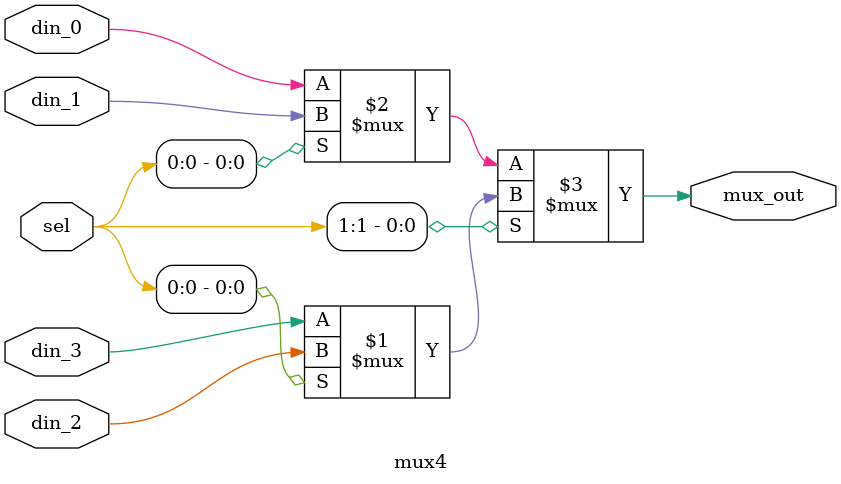
<source format=v>
module mux4(	// /tmp/tmp.xzCmemTENh/22504_VossII_src_bin_fl_bugs_mux4.cleaned.mlir:2:3
  input        din_0,	// /tmp/tmp.xzCmemTENh/22504_VossII_src_bin_fl_bugs_mux4.cleaned.mlir:2:22
               din_1,	// /tmp/tmp.xzCmemTENh/22504_VossII_src_bin_fl_bugs_mux4.cleaned.mlir:2:38
               din_2,	// /tmp/tmp.xzCmemTENh/22504_VossII_src_bin_fl_bugs_mux4.cleaned.mlir:2:54
               din_3,	// /tmp/tmp.xzCmemTENh/22504_VossII_src_bin_fl_bugs_mux4.cleaned.mlir:2:70
  input  [1:0] sel,	// /tmp/tmp.xzCmemTENh/22504_VossII_src_bin_fl_bugs_mux4.cleaned.mlir:2:86
  output       mux_out	// /tmp/tmp.xzCmemTENh/22504_VossII_src_bin_fl_bugs_mux4.cleaned.mlir:2:101
);

  assign mux_out = sel[1] ? (sel[0] ? din_2 : din_3) : sel[0] ? din_1 : din_0;	// /tmp/tmp.xzCmemTENh/22504_VossII_src_bin_fl_bugs_mux4.cleaned.mlir:3:10, :4:10, :5:10, :6:10, :7:10, :8:5
endmodule


</source>
